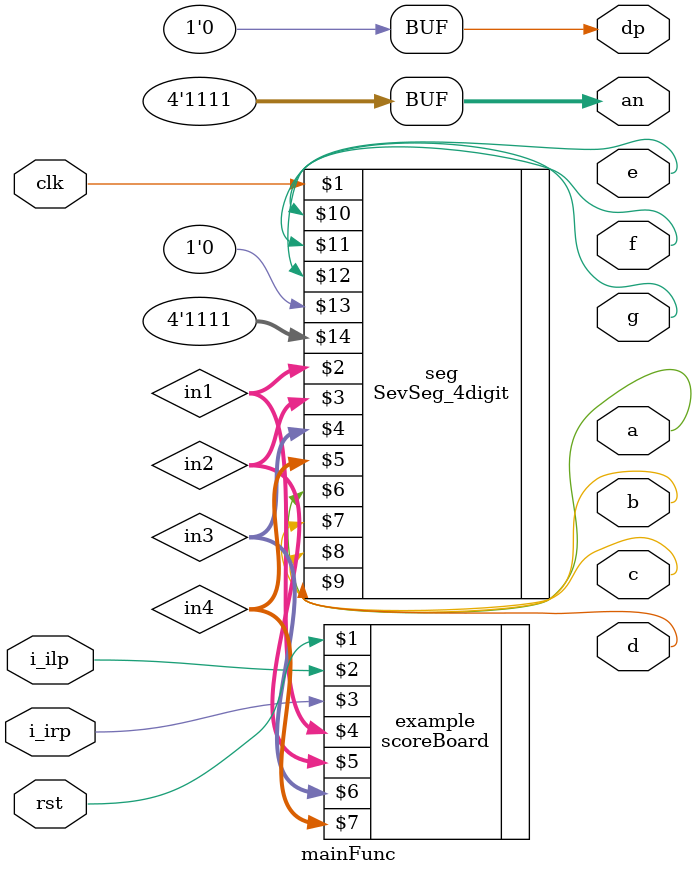
<source format=sv>
`timescale 1ns / 1ps


module mainFunc(input logic clk, rst, i_ilp, i_irp, output logic a,b,c,d,e,f,g,dp, output logic [3:0] an);

    reg [3:0] in1, in2, in3, in4;

    assign an = 4'b1111;

    assign dp = 1'b0;

    scoreBoard example(rst, i_ilp, i_irp, in1, in2, in3, in4);
    
    SevSeg_4digit seg(clk, in1, in2, in3, in4, a, b, c, d, e, f, g, dp, an);

endmodule

</source>
